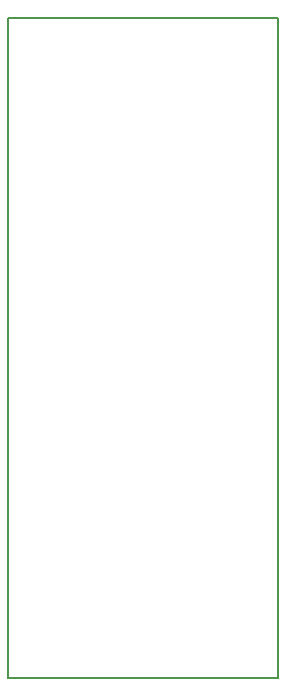
<source format=gm1>
G04 #@! TF.FileFunction,Profile,NP*
%FSLAX46Y46*%
G04 Gerber Fmt 4.6, Leading zero omitted, Abs format (unit mm)*
G04 Created by KiCad (PCBNEW 4.0.6) date Wed Sep 20 09:51:15 2017*
%MOMM*%
%LPD*%
G01*
G04 APERTURE LIST*
%ADD10C,0.100000*%
%ADD11C,0.150000*%
G04 APERTURE END LIST*
D10*
D11*
X130810000Y-78740000D02*
X153670000Y-78740000D01*
X130810000Y-134620000D02*
X153670000Y-134620000D01*
X153670000Y-134620000D02*
X153670000Y-78740000D01*
X130810000Y-134620000D02*
X130810000Y-78740000D01*
M02*

</source>
